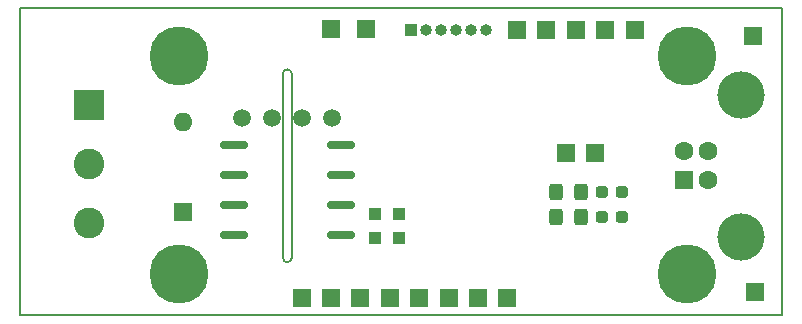
<source format=gbr>
G04 #@! TF.GenerationSoftware,KiCad,Pcbnew,6.0.5*
G04 #@! TF.CreationDate,2022-09-23T16:59:50+03:00*
G04 #@! TF.ProjectId,stm32,73746d33-322e-46b6-9963-61645f706362,rev?*
G04 #@! TF.SameCoordinates,Original*
G04 #@! TF.FileFunction,Soldermask,Bot*
G04 #@! TF.FilePolarity,Negative*
%FSLAX46Y46*%
G04 Gerber Fmt 4.6, Leading zero omitted, Abs format (unit mm)*
G04 Created by KiCad (PCBNEW 6.0.5) date 2022-09-23 16:59:50*
%MOMM*%
%LPD*%
G01*
G04 APERTURE LIST*
G04 Aperture macros list*
%AMRoundRect*
0 Rectangle with rounded corners*
0 $1 Rounding radius*
0 $2 $3 $4 $5 $6 $7 $8 $9 X,Y pos of 4 corners*
0 Add a 4 corners polygon primitive as box body*
4,1,4,$2,$3,$4,$5,$6,$7,$8,$9,$2,$3,0*
0 Add four circle primitives for the rounded corners*
1,1,$1+$1,$2,$3*
1,1,$1+$1,$4,$5*
1,1,$1+$1,$6,$7*
1,1,$1+$1,$8,$9*
0 Add four rect primitives between the rounded corners*
20,1,$1+$1,$2,$3,$4,$5,0*
20,1,$1+$1,$4,$5,$6,$7,0*
20,1,$1+$1,$6,$7,$8,$9,0*
20,1,$1+$1,$8,$9,$2,$3,0*%
G04 Aperture macros list end*
G04 #@! TA.AperFunction,Profile*
%ADD10C,0.150000*%
G04 #@! TD*
%ADD11R,1.500000X1.500000*%
%ADD12R,1.000000X1.000000*%
%ADD13R,1.600000X1.600000*%
%ADD14C,1.600000*%
%ADD15C,4.000000*%
%ADD16O,1.000000X1.000000*%
%ADD17RoundRect,0.250000X-0.325000X-0.450000X0.325000X-0.450000X0.325000X0.450000X-0.325000X0.450000X0*%
%ADD18C,2.600000*%
%ADD19R,2.600000X2.600000*%
%ADD20C,5.000000*%
%ADD21C,1.500000*%
%ADD22RoundRect,0.237500X-0.287500X-0.237500X0.287500X-0.237500X0.287500X0.237500X-0.287500X0.237500X0*%
%ADD23O,1.600000X1.600000*%
%ADD24RoundRect,0.162500X1.012500X0.162500X-1.012500X0.162500X-1.012500X-0.162500X1.012500X-0.162500X0*%
G04 APERTURE END LIST*
D10*
X61000000Y-75500000D02*
X125500000Y-75500000D01*
X61000000Y-49500000D02*
X61000000Y-75500000D01*
X125500000Y-50000000D02*
X125500000Y-49500000D01*
X61000000Y-49500000D02*
X125500000Y-49500000D01*
X84010500Y-55054500D02*
G75*
G03*
X83248500Y-55054500I-381000J0D01*
G01*
X83248500Y-70612000D02*
G75*
G03*
X84010500Y-70612000I381000J0D01*
G01*
X84010500Y-55054500D02*
X84010500Y-70612000D01*
X83248500Y-55054500D02*
X83248500Y-70612000D01*
X125500000Y-75500000D02*
X125500000Y-50000000D01*
D11*
X102260400Y-74066400D03*
X99771200Y-74066400D03*
D12*
X93065600Y-68935600D03*
X91084400Y-68935600D03*
X93065600Y-66954400D03*
X91084400Y-66954400D03*
D11*
X87325200Y-51257200D03*
X90322400Y-51257200D03*
X123037600Y-51866800D03*
X123190000Y-73507600D03*
D13*
X117221000Y-64071500D03*
D14*
X117221000Y-61571500D03*
X119221000Y-61571500D03*
X119221000Y-64071500D03*
D15*
X122081000Y-56821500D03*
X122081000Y-68821500D03*
D12*
X94132400Y-51308000D03*
D16*
X95402400Y-51308000D03*
X96672400Y-51308000D03*
X97942400Y-51308000D03*
X99212400Y-51308000D03*
X100482400Y-51308000D03*
D11*
X113030000Y-51308000D03*
X97282000Y-74066400D03*
X108051600Y-51308000D03*
X110540800Y-51308000D03*
X94792800Y-74066400D03*
X92303600Y-74066400D03*
X103076000Y-51308000D03*
X105562400Y-51308000D03*
X107188000Y-61772800D03*
X109677200Y-61772800D03*
X89814400Y-74066400D03*
X87325200Y-74066400D03*
X84836000Y-74066400D03*
D17*
X106408000Y-67157600D03*
X108458000Y-67157600D03*
X106408000Y-65074800D03*
X108458000Y-65074800D03*
D18*
X66802000Y-67658000D03*
X66802000Y-62658000D03*
D19*
X66802000Y-57658000D03*
D20*
X74500000Y-53500000D03*
X117500000Y-53500000D03*
X117500000Y-72000000D03*
X74500000Y-72000000D03*
D21*
X87439500Y-58801000D03*
X84899500Y-58801000D03*
X82359500Y-58801000D03*
X79819500Y-58801000D03*
D22*
X110236000Y-67157600D03*
X111986000Y-67157600D03*
X110236000Y-65074800D03*
X111986000Y-65074800D03*
D13*
X74828400Y-66751200D03*
D23*
X74828400Y-59131200D03*
D24*
X88154500Y-61087000D03*
X88154500Y-63627000D03*
X88154500Y-66167000D03*
X88154500Y-68707000D03*
X79104500Y-68707000D03*
X79104500Y-66167000D03*
X79104500Y-63627000D03*
X79104500Y-61087000D03*
M02*

</source>
